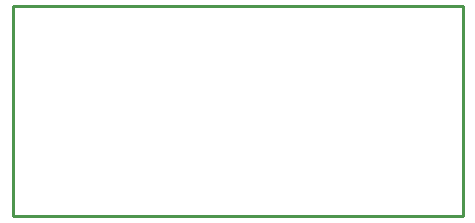
<source format=gko>
G04 Layer: BoardOutlineLayer*
G04 EasyEDA v6.5.5, 2022-06-09 14:01:39*
G04 0642bc9331b94787885f2cc059754cc5,5a628b76fac64d3cb101ae6d552a3bac,10*
G04 Gerber Generator version 0.2*
G04 Scale: 100 percent, Rotated: No, Reflected: No *
G04 Dimensions in millimeters *
G04 leading zeros omitted , absolute positions ,4 integer and 5 decimal *
%FSLAX45Y45*%
%MOMM*%

%ADD10C,0.2540*%
D10*
X1016000Y8636000D02*
G01*
X4826000Y8636000D01*
X4826000Y6858000D01*
X1016000Y6858000D01*
X1016000Y8636000D01*

%LPD*%
M02*

</source>
